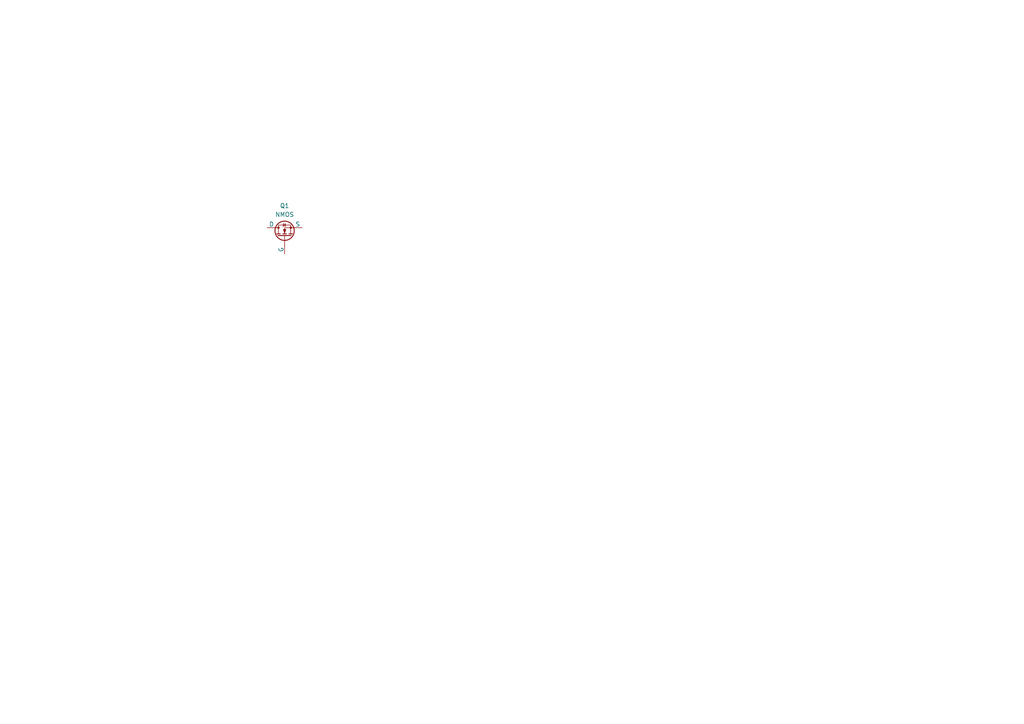
<source format=kicad_sch>
(kicad_sch (version 20231120) (generator "eeschema") (generator_version "8.0")
  (paper "A4")
  (lib_symbols
    (symbol "Simulation_SPICE:NMOS" (pin_numbers hide) (pin_names (offset 0))
      (property "Reference" "Q" (at 5.08 1.27 0))
      (property "Value" "NMOS" (at 5.08 -1.27 0))
      (symbol "NMOS_0_1"
        (polyline (pts (xy 0.254 0) (xy -2.54 0)))
        (polyline (pts (xy 0.254 1.905) (xy 0.254 -1.905)) (stroke (width 0.254)))
        (polyline (pts (xy 0.762 -1.27) (xy 0.762 -2.286)) (stroke (width 0.254)))
        (polyline (pts (xy 0.762 0.508) (xy 0.762 -0.508)) (stroke (width 0.254)))
        (polyline (pts (xy 0.762 2.286) (xy 0.762 1.27)) (stroke (width 0.254)))
        (polyline (pts (xy 2.54 2.54) (xy 2.54 1.778)))
        (polyline (pts (xy 2.54 -2.54) (xy 2.54 0) (xy 0.762 0)))
        (polyline (pts (xy 0.762 -1.778) (xy 3.302 -1.778) (xy 3.302 1.778) (xy 0.762 1.778)))
        (polyline (pts (xy 1.016 0) (xy 2.032 0.381) (xy 2.032 -0.381) (xy 1.016 0)) (fill (type outline)))
        (polyline (pts (xy 2.794 0.508) (xy 2.921 0.381) (xy 3.683 0.381) (xy 3.81 0.254)))
        (polyline (pts (xy 3.302 0.381) (xy 2.921 -0.254) (xy 3.683 -0.254) (xy 3.302 0.381)))
        (circle (center 1.651 0) (radius 2.794) (stroke (width 0.254)))
        (circle (center 2.54 -1.778) (radius 0.254) (fill (type outline)))
        (circle (center 2.54 1.778) (radius 0.254) (fill (type outline)))
      )
      (symbol "NMOS_1_1"
        (pin passive line (at 2.54 5.08 270) (length 2.54) (name "D") (number "1"))
        (pin input line (at -5.08 0 0) (length 2.54) (name "G") (number "2"))
        (pin passive line (at 2.54 -5.08 90) (length 2.54) (name "S") (number "3"))
      )
    )
  )
  (symbol (lib_id "Simulation_SPICE:NMOS") (at 82.55 68.58 90) (unit 1)
    (property "Reference" "Q1" (at 82.55 59.69 90))
    (property "Value" "NMOS" (at 82.55 62.23 90))
    (property "Footprint" "FOOTPRINT:MOSFET_CSD19531Q5A" (effects (hide yes)))
    (property "Datasheet" "https://ngspice.sourceforge.io/docs/ngspice-html-manual/manual.xhtml#cha_MOSFETs" (effects (hide yes)))
    (property "Description" "N-MOSFET transistor, drain/source/gate" (effects (hide yes)))
    (property "Sim.Device" "NMOS" (effects (hide yes)))
    (property "Sim.Type" "VDMOS" (effects (hide yes)))
    (property "Sim.Pins" "5,6,7,8=D 4=G 1,2,3=S" (effects (hide yes)))
  )
)
</source>
